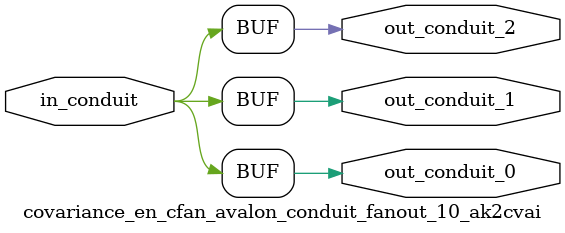
<source format=sv>


 


// --------------------------------------------------------------------------------
//| Avalon Conduit Fan-Out
// --------------------------------------------------------------------------------

// ------------------------------------------
// Generation parameters:
//   output_name:       covariance_en_cfan_avalon_conduit_fanout_10_ak2cvai
//   numFanOut:         3
//   
// ------------------------------------------

module covariance_en_cfan_avalon_conduit_fanout_10_ak2cvai (     

// Interface: out_conduit_0
 output                    out_conduit_0,
// Interface: out_conduit_1
 output                    out_conduit_1,
// Interface: out_conduit_2
 output                    out_conduit_2,

// Interface: in_conduit
 input                   in_conduit

);

   assign  out_conduit_0 = in_conduit;
   assign  out_conduit_1 = in_conduit;
   assign  out_conduit_2 = in_conduit;

endmodule //


</source>
